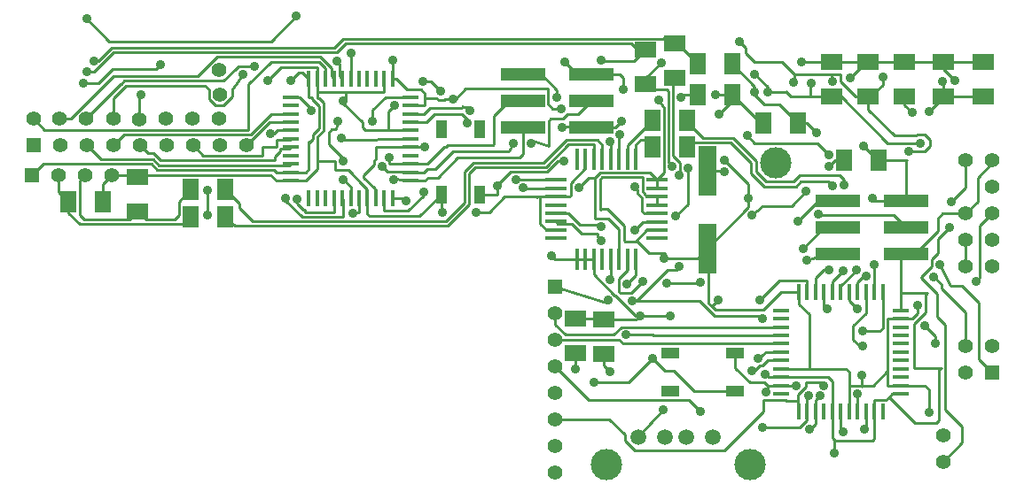
<source format=gbl>
G04 (created by PCBNEW (2013-may-18)-stable) date Sat Feb 17 15:36:07 2018*
%MOIN*%
G04 Gerber Fmt 3.4, Leading zero omitted, Abs format*
%FSLAX34Y34*%
G01*
G70*
G90*
G04 APERTURE LIST*
%ADD10C,0.00590551*%
%ADD11R,0.06X0.016*%
%ADD12R,0.016X0.06*%
%ADD13R,0.0177X0.0787*%
%ADD14R,0.0787X0.0177*%
%ADD15C,0.055*%
%ADD16R,0.0708661X0.0433071*%
%ADD17R,0.0433071X0.0708661*%
%ADD18R,0.06X0.08*%
%ADD19R,0.08X0.06*%
%ADD20R,0.055X0.055*%
%ADD21R,0.166929X0.05*%
%ADD22R,0.0708661X0.188976*%
%ADD23C,0.0591*%
%ADD24C,0.1181*%
%ADD25C,0.035*%
%ADD26C,0.01*%
G04 APERTURE END LIST*
G54D10*
G54D11*
X104868Y-58562D03*
X104868Y-58877D03*
X104868Y-59192D03*
X104868Y-59507D03*
X104868Y-59822D03*
X104868Y-60137D03*
X104868Y-58247D03*
X104868Y-57932D03*
X104868Y-57617D03*
X104868Y-57302D03*
X104868Y-56987D03*
X100368Y-58562D03*
X100368Y-58877D03*
X100368Y-59192D03*
X100368Y-59507D03*
X100368Y-59822D03*
X100368Y-60137D03*
X100368Y-58247D03*
X100368Y-57932D03*
X100368Y-57617D03*
X100368Y-57302D03*
X100368Y-56987D03*
G54D12*
X102618Y-60812D03*
X102618Y-56312D03*
X102303Y-60812D03*
X102303Y-56312D03*
X101988Y-56312D03*
X101988Y-60812D03*
X101673Y-60812D03*
X101673Y-56312D03*
X101358Y-56312D03*
X101358Y-60812D03*
X101043Y-60812D03*
X101043Y-56312D03*
X102933Y-56312D03*
X102933Y-60812D03*
X103248Y-60812D03*
X103248Y-56312D03*
X103563Y-56312D03*
X103563Y-60812D03*
X103878Y-60812D03*
X103878Y-56312D03*
X104193Y-56312D03*
X104193Y-60812D03*
X84192Y-48281D03*
X84507Y-48281D03*
X84822Y-48281D03*
X85137Y-48281D03*
X85452Y-48281D03*
X85767Y-48281D03*
X83877Y-48281D03*
X83562Y-48281D03*
X83247Y-48281D03*
X82932Y-48281D03*
X82617Y-48281D03*
X84192Y-52781D03*
X84507Y-52781D03*
X84822Y-52781D03*
X85137Y-52781D03*
X85452Y-52781D03*
X85767Y-52781D03*
X83877Y-52781D03*
X83562Y-52781D03*
X83247Y-52781D03*
X82932Y-52781D03*
X82617Y-52781D03*
G54D11*
X86442Y-50531D03*
X81942Y-50531D03*
X86442Y-50846D03*
X81942Y-50846D03*
X81942Y-51161D03*
X86442Y-51161D03*
X86442Y-51476D03*
X81942Y-51476D03*
X81942Y-51791D03*
X86442Y-51791D03*
X86442Y-52106D03*
X81942Y-52106D03*
X81942Y-50216D03*
X86442Y-50216D03*
X86442Y-49901D03*
X81942Y-49901D03*
X81942Y-49586D03*
X86442Y-49586D03*
X86442Y-49271D03*
X81942Y-49271D03*
X81942Y-48956D03*
X86442Y-48956D03*
G54D13*
X92706Y-55065D03*
X93021Y-55065D03*
X93336Y-55065D03*
X93651Y-55065D03*
X93966Y-55065D03*
X94281Y-55065D03*
X94596Y-55065D03*
X94911Y-55065D03*
X94909Y-51299D03*
X92699Y-51299D03*
X93019Y-51299D03*
X93339Y-51299D03*
X93649Y-51299D03*
X93969Y-51299D03*
X94279Y-51299D03*
X94599Y-51299D03*
G54D14*
X95699Y-54281D03*
X95699Y-53967D03*
X95699Y-53651D03*
X95699Y-53337D03*
X95699Y-53021D03*
X95699Y-52707D03*
X95699Y-52391D03*
X95699Y-52077D03*
X91919Y-54279D03*
X91919Y-53969D03*
X91919Y-53649D03*
X91919Y-53339D03*
X91919Y-53029D03*
X91919Y-52709D03*
X91919Y-52389D03*
X91919Y-52069D03*
G54D15*
X106476Y-62685D03*
X106476Y-61685D03*
G54D16*
X96201Y-60031D03*
X98641Y-60031D03*
X96201Y-58591D03*
X98641Y-58591D03*
G54D17*
X87606Y-50177D03*
X87606Y-52617D03*
X89046Y-50177D03*
X89046Y-52617D03*
G54D18*
X98543Y-48877D03*
X97243Y-48877D03*
X99724Y-49940D03*
X101024Y-49940D03*
X104055Y-51318D03*
X102755Y-51318D03*
G54D19*
X107972Y-47637D03*
X107972Y-48937D03*
X102263Y-47637D03*
X102263Y-48937D03*
X103641Y-47637D03*
X103641Y-48937D03*
X106476Y-47637D03*
X106476Y-48937D03*
X105019Y-48937D03*
X105019Y-47637D03*
G54D20*
X108314Y-59346D03*
G54D15*
X107314Y-59346D03*
X108314Y-58346D03*
X107314Y-58346D03*
X108314Y-55346D03*
X107314Y-55346D03*
X108314Y-54346D03*
X107314Y-54346D03*
X108314Y-53346D03*
X107314Y-53346D03*
X108314Y-52346D03*
X108314Y-51346D03*
X107314Y-51346D03*
G54D21*
X90668Y-50114D03*
X93228Y-50114D03*
X90668Y-49114D03*
X93228Y-49114D03*
X90668Y-48114D03*
X93228Y-48114D03*
X102519Y-54877D03*
X105079Y-54877D03*
X102519Y-53877D03*
X105079Y-53877D03*
X102519Y-52877D03*
X105079Y-52877D03*
G54D20*
X91870Y-56086D03*
G54D15*
X91870Y-57086D03*
X91870Y-58086D03*
X91870Y-59086D03*
X91870Y-60086D03*
X91870Y-61086D03*
X91870Y-62086D03*
X91870Y-63086D03*
G54D20*
X72200Y-51909D03*
G54D15*
X73200Y-51909D03*
X74200Y-51909D03*
X75200Y-51909D03*
G54D22*
X97598Y-54668D03*
X97598Y-51748D03*
G54D23*
X94997Y-61751D03*
X95997Y-61751D03*
X96797Y-61751D03*
X97797Y-61751D03*
G54D24*
X93797Y-62801D03*
X99197Y-62801D03*
X100177Y-51437D03*
G54D18*
X74882Y-52913D03*
X73582Y-52913D03*
G54D19*
X76181Y-51968D03*
X76181Y-53268D03*
X93720Y-57322D03*
X93720Y-58622D03*
X92637Y-57302D03*
X92637Y-58602D03*
G54D18*
X98543Y-47716D03*
X97243Y-47716D03*
X78188Y-53464D03*
X79488Y-53464D03*
X78188Y-52440D03*
X79488Y-52440D03*
X96831Y-49822D03*
X95531Y-49822D03*
X96850Y-50846D03*
X95550Y-50846D03*
G54D19*
X96377Y-48248D03*
X96377Y-46948D03*
X95275Y-48464D03*
X95275Y-47164D03*
G54D20*
X72266Y-50769D03*
G54D15*
X73266Y-50769D03*
X74266Y-50769D03*
X75266Y-50769D03*
X76266Y-50769D03*
X77266Y-50769D03*
X78266Y-50769D03*
X79266Y-50769D03*
X80266Y-50769D03*
X79256Y-49767D03*
X79266Y-48857D03*
X79256Y-47917D03*
X72266Y-49775D03*
X73226Y-49775D03*
X74236Y-49775D03*
X75266Y-49775D03*
X76256Y-49787D03*
X77256Y-49775D03*
X78246Y-49775D03*
G54D25*
X92637Y-59212D03*
X93956Y-59291D03*
X88582Y-49940D03*
X88681Y-49468D03*
X103248Y-60137D03*
X102303Y-52303D03*
X102736Y-52263D03*
X103523Y-61476D03*
X93622Y-47559D03*
X74271Y-48011D03*
X74547Y-47598D03*
X83661Y-47598D03*
X80590Y-47795D03*
X80137Y-48090D03*
X84192Y-47303D03*
X82185Y-52814D03*
X81751Y-52755D03*
X85019Y-49862D03*
X81181Y-50334D03*
X82145Y-45905D03*
X74271Y-46003D03*
X77047Y-47736D03*
X74133Y-48425D03*
X96220Y-57204D03*
X97992Y-56614D03*
X91751Y-54940D03*
X92244Y-47637D03*
X95925Y-60728D03*
X96614Y-48976D03*
X81082Y-48326D03*
X101712Y-50295D03*
X105925Y-60846D03*
X105492Y-56791D03*
X103799Y-52775D03*
X103405Y-59429D03*
X93326Y-59704D03*
X95531Y-58799D03*
X103484Y-50807D03*
X105925Y-49507D03*
X106437Y-48366D03*
X99153Y-52775D03*
X99389Y-48759D03*
X95059Y-57185D03*
X95964Y-55019D03*
X87657Y-53287D03*
X94429Y-48681D03*
X85846Y-49271D03*
X83917Y-49114D03*
X98248Y-51318D03*
X106122Y-55728D03*
X103562Y-55688D03*
X103248Y-56948D03*
X103444Y-58326D03*
X106358Y-55255D03*
X103877Y-55255D03*
X103208Y-55452D03*
X102185Y-55452D03*
X106161Y-58248D03*
X105767Y-57578D03*
X102106Y-56948D03*
X102696Y-55492D03*
X101988Y-59822D03*
X101338Y-55098D03*
X85807Y-52066D03*
X99665Y-61397D03*
X101397Y-60216D03*
X101791Y-53366D03*
X90964Y-50688D03*
X90295Y-50688D03*
X85374Y-51555D03*
X94527Y-57913D03*
X94311Y-50374D03*
X88917Y-53287D03*
X93956Y-50649D03*
X99822Y-60059D03*
X101003Y-53641D03*
X100925Y-59822D03*
X91948Y-48976D03*
X92204Y-51377D03*
X89704Y-52303D03*
X86948Y-52539D03*
X97342Y-60807D03*
X101200Y-54665D03*
X101830Y-60216D03*
X101437Y-61476D03*
X85649Y-51240D03*
X98799Y-46850D03*
X105177Y-51003D03*
X100846Y-48405D03*
X104192Y-48208D03*
X102303Y-48366D03*
X99370Y-48090D03*
X105610Y-50688D03*
X101515Y-48444D03*
X99862Y-48759D03*
X92775Y-52381D03*
X78818Y-52460D03*
X78818Y-53405D03*
X76318Y-48858D03*
X101141Y-47618D03*
X95767Y-49074D03*
X102185Y-51555D03*
X106909Y-48326D03*
X98051Y-49586D03*
X102972Y-48248D03*
X97893Y-48877D03*
X102185Y-51122D03*
X99114Y-50413D03*
X96417Y-53444D03*
X96889Y-51633D03*
X94389Y-49881D03*
X99586Y-56594D03*
X96555Y-55334D03*
X99783Y-59389D03*
X99665Y-57303D03*
X102381Y-62381D03*
X94783Y-56633D03*
X93877Y-56614D03*
X92145Y-50098D03*
X92106Y-49389D03*
X88051Y-49035D03*
X86988Y-50846D03*
X85767Y-47578D03*
X81948Y-48326D03*
X99271Y-53405D03*
X101318Y-52500D03*
X97342Y-55925D03*
X96082Y-55964D03*
X93956Y-55846D03*
X98248Y-51751D03*
X94862Y-52322D03*
X107696Y-55885D03*
X83720Y-49862D03*
X83917Y-51358D03*
X86279Y-52854D03*
X105295Y-49547D03*
X102696Y-61555D03*
X99271Y-59271D03*
X103444Y-57775D03*
X82696Y-49468D03*
X90688Y-52381D03*
X93602Y-53818D03*
X93602Y-54370D03*
X90393Y-52066D03*
X95866Y-47657D03*
X94586Y-56003D03*
X96279Y-51574D03*
X96555Y-51889D03*
X95177Y-55885D03*
X99507Y-58799D03*
X106712Y-53877D03*
X106791Y-52893D03*
X86909Y-48366D03*
X87578Y-48720D03*
X84271Y-53326D03*
X83917Y-52066D03*
X83838Y-50492D03*
X94862Y-53956D03*
G54D26*
X92637Y-58602D02*
X92637Y-59212D01*
X93720Y-59055D02*
X93720Y-58622D01*
X93956Y-59291D02*
X93720Y-59055D01*
X88582Y-49940D02*
X88582Y-49803D01*
X87027Y-49901D02*
X87342Y-49586D01*
X87342Y-49586D02*
X88366Y-49586D01*
X87027Y-49901D02*
X86442Y-49901D01*
X88582Y-49803D02*
X88366Y-49586D01*
X88582Y-49940D02*
X88543Y-49901D01*
X88543Y-49330D02*
X88681Y-49468D01*
X88543Y-49330D02*
X88385Y-49330D01*
X86442Y-49586D02*
X86948Y-49586D01*
X86948Y-49586D02*
X87184Y-49350D01*
X88366Y-49350D02*
X88385Y-49330D01*
X88385Y-49330D02*
X88405Y-49311D01*
X87184Y-49350D02*
X88366Y-49350D01*
X74451Y-53562D02*
X74173Y-53562D01*
X73996Y-52114D02*
X74200Y-51909D01*
X73996Y-53385D02*
X73996Y-52114D01*
X74173Y-53562D02*
X73996Y-53385D01*
X77096Y-53579D02*
X77561Y-53579D01*
X77736Y-52893D02*
X78188Y-52440D01*
X77736Y-53405D02*
X77736Y-52893D01*
X77561Y-53579D02*
X77736Y-53405D01*
X76492Y-53579D02*
X76181Y-53268D01*
X77096Y-53579D02*
X76492Y-53579D01*
X75531Y-53562D02*
X75886Y-53562D01*
X74451Y-53562D02*
X75531Y-53562D01*
X75886Y-53562D02*
X76181Y-53268D01*
X73582Y-52913D02*
X73582Y-53326D01*
X77912Y-53740D02*
X78188Y-53464D01*
X73996Y-53740D02*
X77912Y-53740D01*
X73582Y-53326D02*
X73996Y-53740D01*
X73200Y-51909D02*
X73200Y-52531D01*
X73200Y-52531D02*
X73582Y-52913D01*
X96850Y-50846D02*
X96948Y-50846D01*
X97130Y-50664D02*
X98459Y-50664D01*
X96948Y-50846D02*
X97130Y-50664D01*
X100531Y-52342D02*
X100925Y-52342D01*
X98459Y-50664D02*
X99232Y-51437D01*
X99232Y-51437D02*
X99232Y-51830D01*
X99232Y-51830D02*
X99744Y-52342D01*
X99744Y-52342D02*
X100531Y-52342D01*
X103248Y-60137D02*
X103248Y-60812D01*
X103248Y-60137D02*
X103248Y-60137D01*
X102145Y-52145D02*
X102303Y-52303D01*
X101122Y-52145D02*
X102145Y-52145D01*
X100925Y-52342D02*
X101122Y-52145D01*
X98572Y-50501D02*
X97431Y-50501D01*
X96831Y-49901D02*
X96831Y-49822D01*
X97431Y-50501D02*
X96831Y-49901D01*
X98572Y-50501D02*
X99429Y-51358D01*
X99429Y-51358D02*
X99429Y-51751D01*
X99429Y-51751D02*
X99822Y-52145D01*
X100846Y-52145D02*
X101082Y-51909D01*
X101082Y-51909D02*
X102030Y-51909D01*
X102030Y-51909D02*
X102263Y-51909D01*
X102263Y-51909D02*
X102342Y-51909D01*
X102342Y-51909D02*
X102421Y-51909D01*
X102421Y-51909D02*
X102578Y-51909D01*
X102578Y-51909D02*
X102736Y-52066D01*
X102736Y-52066D02*
X102736Y-52263D01*
X103523Y-61476D02*
X103563Y-61436D01*
X103563Y-60812D02*
X103563Y-61436D01*
X99822Y-52145D02*
X100452Y-52145D01*
X100452Y-52145D02*
X100846Y-52145D01*
X95275Y-47164D02*
X94976Y-47164D01*
X94744Y-46931D02*
X94744Y-46948D01*
X94744Y-46932D02*
X94744Y-46931D01*
X94976Y-47164D02*
X94744Y-46932D01*
X94625Y-47598D02*
X94842Y-47598D01*
X93622Y-47559D02*
X93661Y-47598D01*
X93661Y-47598D02*
X94625Y-47598D01*
X94842Y-47598D02*
X95275Y-47164D01*
X95059Y-46948D02*
X95275Y-47164D01*
X94744Y-46948D02*
X94744Y-46948D01*
X94744Y-46948D02*
X85255Y-46948D01*
X85255Y-46948D02*
X85255Y-46948D01*
X85255Y-46948D02*
X83996Y-46948D01*
X83996Y-46948D02*
X83666Y-47277D01*
X83666Y-47277D02*
X75281Y-47277D01*
X75281Y-47277D02*
X74547Y-48011D01*
X74547Y-48011D02*
X74271Y-48011D01*
X94665Y-46771D02*
X94803Y-46771D01*
X96003Y-46751D02*
X95964Y-46712D01*
X94822Y-46751D02*
X96003Y-46751D01*
X94803Y-46771D02*
X94822Y-46751D01*
X96377Y-46948D02*
X96200Y-46948D01*
X96200Y-46948D02*
X95964Y-46712D01*
X74724Y-47598D02*
X74547Y-47598D01*
X75216Y-47106D02*
X74724Y-47598D01*
X83582Y-47106D02*
X75216Y-47106D01*
X83917Y-46771D02*
X83582Y-47106D01*
X94665Y-46771D02*
X83917Y-46771D01*
X96377Y-46948D02*
X96475Y-46948D01*
X96475Y-46948D02*
X97243Y-47716D01*
X80354Y-48543D02*
X80354Y-48464D01*
X81200Y-47618D02*
X81338Y-47618D01*
X80354Y-48464D02*
X81200Y-47618D01*
X81909Y-47618D02*
X81338Y-47618D01*
X83247Y-48281D02*
X83228Y-48261D01*
X81929Y-47618D02*
X81909Y-47618D01*
X82992Y-47618D02*
X81929Y-47618D01*
X83228Y-47854D02*
X82992Y-47618D01*
X83228Y-48261D02*
X83228Y-47854D01*
X81338Y-47618D02*
X81279Y-47618D01*
X80354Y-48543D02*
X80354Y-49251D01*
X72266Y-49775D02*
X72687Y-50196D01*
X72687Y-50196D02*
X80354Y-50196D01*
X80354Y-50196D02*
X80354Y-49251D01*
X78444Y-48169D02*
X79175Y-47438D01*
X79175Y-47438D02*
X81833Y-47438D01*
X75157Y-48287D02*
X75275Y-48169D01*
X78444Y-48169D02*
X78425Y-48169D01*
X75275Y-48169D02*
X78444Y-48169D01*
X73226Y-49775D02*
X73669Y-49775D01*
X73669Y-49775D02*
X75157Y-48287D01*
X82893Y-47438D02*
X83048Y-47438D01*
X82893Y-47438D02*
X81833Y-47438D01*
X83464Y-48183D02*
X83464Y-47863D01*
X83464Y-47863D02*
X83464Y-47854D01*
X83464Y-47854D02*
X83144Y-47534D01*
X83562Y-48281D02*
X83464Y-48183D01*
X83048Y-47438D02*
X83048Y-47447D01*
X83048Y-47447D02*
X83144Y-47544D01*
X83144Y-47544D02*
X83144Y-47534D01*
X81833Y-47438D02*
X81887Y-47438D01*
X81887Y-47438D02*
X81889Y-47440D01*
X75549Y-48462D02*
X75572Y-48462D01*
X75688Y-48346D02*
X79409Y-48346D01*
X75572Y-48462D02*
X75688Y-48346D01*
X80590Y-47795D02*
X79960Y-47795D01*
X79960Y-47795D02*
X79862Y-47893D01*
X83759Y-48163D02*
X83759Y-47922D01*
X83759Y-47922D02*
X83759Y-47913D01*
X83759Y-47913D02*
X83759Y-47696D01*
X83759Y-47696D02*
X83661Y-47598D01*
X83877Y-48281D02*
X83759Y-48163D01*
X79409Y-48346D02*
X79862Y-47893D01*
X75549Y-48462D02*
X74236Y-49775D01*
X75620Y-48651D02*
X75622Y-48651D01*
X78720Y-48523D02*
X78877Y-48681D01*
X75750Y-48523D02*
X78720Y-48523D01*
X75622Y-48651D02*
X75750Y-48523D01*
X78877Y-49035D02*
X79074Y-49232D01*
X79733Y-48672D02*
X80137Y-48090D01*
X75266Y-49005D02*
X75620Y-48651D01*
X78877Y-48681D02*
X78877Y-48937D01*
X75266Y-49005D02*
X75266Y-49775D01*
X78877Y-48937D02*
X78877Y-49035D01*
X79733Y-48947D02*
X79733Y-48672D01*
X79409Y-49271D02*
X79733Y-48947D01*
X79114Y-49271D02*
X79409Y-49271D01*
X79074Y-49232D02*
X79114Y-49271D01*
X84192Y-48281D02*
X84192Y-47303D01*
X80266Y-50769D02*
X81134Y-49901D01*
X81134Y-49901D02*
X81942Y-49901D01*
X82480Y-53188D02*
X82421Y-53188D01*
X83582Y-52801D02*
X83582Y-53287D01*
X83582Y-53287D02*
X82480Y-53287D01*
X83562Y-52781D02*
X83582Y-52801D01*
X82480Y-53287D02*
X82480Y-53188D01*
X82185Y-52952D02*
X82185Y-52814D01*
X82421Y-53188D02*
X82185Y-52952D01*
X82421Y-53464D02*
X82362Y-53464D01*
X83897Y-52801D02*
X83897Y-53464D01*
X83897Y-53464D02*
X82421Y-53464D01*
X83877Y-52781D02*
X83897Y-52801D01*
X81751Y-52854D02*
X81751Y-52755D01*
X82362Y-53464D02*
X81751Y-52854D01*
X76771Y-51316D02*
X76988Y-51532D01*
X81886Y-51532D02*
X81942Y-51476D01*
X76988Y-51532D02*
X81886Y-51532D01*
X74812Y-51316D02*
X74266Y-50769D01*
X76771Y-51316D02*
X74812Y-51316D01*
X75626Y-50409D02*
X75662Y-50374D01*
X80435Y-50374D02*
X80534Y-50275D01*
X75662Y-50374D02*
X80435Y-50374D01*
X75266Y-50769D02*
X75626Y-50409D01*
X81942Y-49586D02*
X81942Y-49586D01*
X80534Y-50275D02*
X80534Y-50253D01*
X80534Y-50253D02*
X81200Y-49586D01*
X81200Y-49586D02*
X81942Y-49586D01*
X81942Y-50846D02*
X81903Y-50885D01*
X76579Y-51082D02*
X76266Y-50769D01*
X76791Y-51082D02*
X76579Y-51082D01*
X77047Y-51338D02*
X76791Y-51082D01*
X77066Y-51338D02*
X77047Y-51338D01*
X81338Y-51338D02*
X77066Y-51338D01*
X81338Y-51200D02*
X81338Y-51338D01*
X81555Y-50984D02*
X81338Y-51200D01*
X81555Y-50885D02*
X81555Y-50984D01*
X81653Y-50885D02*
X81555Y-50885D01*
X81903Y-50885D02*
X81653Y-50885D01*
X85964Y-48956D02*
X85492Y-48956D01*
X85019Y-49429D02*
X85019Y-49862D01*
X85492Y-48956D02*
X85019Y-49429D01*
X85964Y-48956D02*
X86442Y-48956D01*
X81942Y-50531D02*
X81923Y-50551D01*
X78655Y-51158D02*
X78266Y-50769D01*
X78934Y-51158D02*
X78655Y-51158D01*
X80866Y-51158D02*
X78934Y-51158D01*
X80866Y-51122D02*
X80866Y-51158D01*
X80866Y-50944D02*
X80866Y-51122D01*
X80866Y-50846D02*
X80866Y-50944D01*
X81141Y-50846D02*
X80866Y-50846D01*
X81358Y-50846D02*
X81141Y-50846D01*
X81397Y-50846D02*
X81358Y-50846D01*
X81397Y-50826D02*
X81397Y-50846D01*
X81397Y-50784D02*
X81397Y-50826D01*
X81397Y-50649D02*
X81397Y-50784D01*
X81397Y-50570D02*
X81397Y-50649D01*
X81496Y-50570D02*
X81397Y-50570D01*
X81496Y-50551D02*
X81496Y-50570D01*
X81923Y-50551D02*
X81496Y-50551D01*
X81923Y-50196D02*
X81942Y-50216D01*
X81456Y-50196D02*
X81923Y-50196D01*
X81318Y-50334D02*
X81456Y-50196D01*
X81181Y-50334D02*
X81318Y-50334D01*
X81200Y-46850D02*
X82145Y-45905D01*
X75118Y-46850D02*
X81200Y-46850D01*
X74271Y-46003D02*
X75118Y-46850D01*
X76889Y-47893D02*
X77047Y-47736D01*
X75255Y-47893D02*
X76889Y-47893D01*
X74724Y-48425D02*
X75255Y-47893D01*
X74133Y-48425D02*
X74724Y-48425D01*
X95164Y-52488D02*
X95164Y-51978D01*
X93562Y-52066D02*
X93562Y-52362D01*
X93658Y-51971D02*
X93562Y-52066D01*
X95157Y-51971D02*
X93658Y-51971D01*
X95164Y-51978D02*
X95157Y-51971D01*
X77578Y-51889D02*
X76259Y-51889D01*
X76259Y-51889D02*
X76181Y-51968D01*
X95059Y-57185D02*
X96200Y-57185D01*
X96200Y-57185D02*
X96220Y-57204D01*
X97795Y-56811D02*
X97795Y-56870D01*
X97765Y-56840D02*
X97795Y-56811D01*
X97992Y-56614D02*
X97765Y-56840D01*
X99389Y-48759D02*
X99389Y-48562D01*
X99389Y-48562D02*
X98543Y-47716D01*
X101043Y-56312D02*
X100379Y-56312D01*
X97893Y-56968D02*
X97795Y-56870D01*
X97972Y-56968D02*
X97893Y-56968D01*
X99724Y-56968D02*
X97972Y-56968D01*
X100379Y-56312D02*
X99724Y-56968D01*
X97657Y-54727D02*
X97598Y-54668D01*
X97657Y-56732D02*
X97657Y-54727D01*
X97795Y-56870D02*
X97657Y-56732D01*
X93720Y-57322D02*
X94921Y-57322D01*
X94921Y-57322D02*
X95059Y-57185D01*
X92637Y-57302D02*
X93700Y-57302D01*
X93700Y-57302D02*
X93720Y-57322D01*
X92706Y-55065D02*
X91876Y-55065D01*
X91876Y-55065D02*
X91751Y-54940D01*
X92706Y-55065D02*
X93021Y-55065D01*
X92720Y-48114D02*
X93228Y-48114D01*
X92244Y-47637D02*
X92720Y-48114D01*
X93336Y-55065D02*
X93336Y-55639D01*
X93336Y-55639D02*
X94114Y-56417D01*
X94114Y-56417D02*
X94153Y-56417D01*
X94153Y-56417D02*
X94114Y-56417D01*
X95059Y-57185D02*
X94921Y-57185D01*
X94921Y-57185D02*
X94153Y-56417D01*
X94153Y-56417D02*
X94094Y-56417D01*
X95925Y-60728D02*
X94997Y-61734D01*
X94997Y-61734D02*
X94997Y-61751D01*
X96712Y-48877D02*
X97243Y-48877D01*
X96614Y-48976D02*
X96712Y-48877D01*
X82381Y-47834D02*
X81574Y-47834D01*
X81574Y-47834D02*
X81082Y-48326D01*
X82932Y-48281D02*
X82933Y-48281D01*
X82933Y-47834D02*
X82381Y-47834D01*
X82381Y-47834D02*
X82342Y-47834D01*
X82933Y-47893D02*
X82933Y-47834D01*
X82933Y-48281D02*
X82933Y-47893D01*
X81397Y-52106D02*
X81942Y-52106D01*
X81181Y-51889D02*
X81397Y-52106D01*
X77578Y-51889D02*
X81181Y-51889D01*
X75200Y-51909D02*
X76122Y-51909D01*
X76122Y-51909D02*
X76181Y-51968D01*
X74882Y-52913D02*
X74882Y-52227D01*
X74882Y-52227D02*
X75200Y-51909D01*
X101358Y-49940D02*
X101024Y-49940D01*
X101712Y-50295D02*
X101358Y-49940D01*
X107314Y-55346D02*
X107314Y-54346D01*
X104868Y-59822D02*
X105767Y-59822D01*
X104868Y-57302D02*
X105295Y-57302D01*
X105492Y-57106D02*
X105492Y-56791D01*
X105295Y-57302D02*
X105492Y-57106D01*
X103901Y-52877D02*
X105079Y-52877D01*
X103799Y-52775D02*
X103901Y-52877D01*
X103405Y-59429D02*
X103405Y-59822D01*
X103405Y-59822D02*
X103405Y-59862D01*
X103405Y-59862D02*
X103405Y-59822D01*
X98641Y-60031D02*
X97117Y-60031D01*
X96003Y-59271D02*
X95531Y-58799D01*
X96358Y-59271D02*
X96003Y-59271D01*
X97117Y-60031D02*
X96358Y-59271D01*
X101043Y-56312D02*
X101043Y-56751D01*
X101437Y-57145D02*
X101437Y-59192D01*
X101043Y-56751D02*
X101437Y-57145D01*
X104055Y-51318D02*
X105098Y-51318D01*
X105079Y-51338D02*
X105079Y-52877D01*
X105098Y-51318D02*
X105079Y-51338D01*
X102815Y-59192D02*
X101437Y-59192D01*
X101437Y-59192D02*
X100885Y-59192D01*
X101037Y-56318D02*
X101043Y-56312D01*
X94625Y-59704D02*
X93326Y-59704D01*
X95531Y-58799D02*
X94625Y-59704D01*
X106476Y-48937D02*
X107972Y-48937D01*
X104055Y-51318D02*
X103996Y-51318D01*
X103996Y-51318D02*
X103484Y-50807D01*
X106476Y-48956D02*
X106476Y-48937D01*
X105925Y-49507D02*
X106476Y-48956D01*
X106476Y-48405D02*
X106476Y-48937D01*
X106437Y-48366D02*
X106476Y-48405D01*
X99153Y-52775D02*
X99153Y-53113D01*
X99153Y-53113D02*
X97598Y-54668D01*
X95964Y-55019D02*
X97247Y-55019D01*
X97247Y-55019D02*
X97598Y-54668D01*
X99389Y-48759D02*
X99389Y-48877D01*
X99389Y-48877D02*
X99744Y-49232D01*
X99744Y-49232D02*
X100315Y-49232D01*
X100315Y-49232D02*
X101024Y-49940D01*
X99153Y-52775D02*
X99153Y-52224D01*
X95413Y-54822D02*
X94940Y-54350D01*
X96003Y-54822D02*
X95413Y-54822D01*
X95964Y-55019D02*
X96003Y-54822D01*
X95699Y-52707D02*
X95305Y-52707D01*
X93838Y-53169D02*
X94468Y-53799D01*
X93602Y-53169D02*
X93838Y-53169D01*
X93562Y-53208D02*
X93602Y-53169D01*
X93562Y-52362D02*
X93562Y-53208D01*
X95305Y-52707D02*
X95164Y-52488D01*
X94468Y-53799D02*
X94468Y-54350D01*
X95324Y-53967D02*
X95699Y-53967D01*
X94901Y-54389D02*
X94940Y-54350D01*
X94940Y-54350D02*
X95324Y-53967D01*
X94507Y-54389D02*
X94901Y-54389D01*
X94468Y-54350D02*
X94507Y-54389D01*
X87606Y-53236D02*
X87657Y-53287D01*
X87606Y-52617D02*
X87606Y-53236D01*
X95699Y-52707D02*
X95699Y-53021D01*
X93228Y-48114D02*
X94295Y-48114D01*
X94295Y-48114D02*
X94429Y-48248D01*
X94429Y-48248D02*
X94429Y-48681D01*
X93021Y-55065D02*
X93336Y-55065D01*
X84822Y-52781D02*
X84822Y-53366D01*
X86779Y-53444D02*
X87606Y-52617D01*
X84901Y-53444D02*
X86779Y-53444D01*
X84822Y-53366D02*
X84901Y-53444D01*
X85610Y-50216D02*
X85610Y-49507D01*
X85610Y-49507D02*
X85846Y-49271D01*
X83602Y-51358D02*
X83602Y-51712D01*
X84114Y-51712D02*
X84192Y-51791D01*
X83602Y-51712D02*
X84114Y-51712D01*
X84822Y-52781D02*
X84822Y-52421D01*
X84822Y-52421D02*
X84586Y-52185D01*
X84192Y-51791D02*
X84586Y-52185D01*
X82932Y-51358D02*
X83602Y-51358D01*
X83917Y-49114D02*
X83917Y-49192D01*
X84744Y-50216D02*
X85610Y-50216D01*
X85610Y-50216D02*
X86442Y-50216D01*
X84625Y-50098D02*
X84744Y-50216D01*
X84625Y-49901D02*
X84625Y-50098D01*
X83917Y-49192D02*
X84625Y-49901D01*
X83996Y-49035D02*
X83996Y-48759D01*
X83917Y-49114D02*
X83996Y-49035D01*
X82932Y-48996D02*
X83011Y-48996D01*
X83169Y-50216D02*
X82932Y-50452D01*
X83169Y-49153D02*
X83169Y-50216D01*
X83011Y-48996D02*
X83169Y-49153D01*
X82932Y-48759D02*
X83996Y-48759D01*
X83996Y-48759D02*
X85452Y-48759D01*
X85452Y-48759D02*
X85452Y-48281D01*
X85452Y-48759D02*
X85452Y-48759D01*
X81942Y-52106D02*
X82499Y-52106D01*
X82499Y-52106D02*
X82932Y-51673D01*
X82932Y-51673D02*
X82932Y-51358D01*
X82932Y-51358D02*
X82932Y-50452D01*
X82932Y-48996D02*
X82932Y-48759D01*
X82932Y-48759D02*
X82932Y-48281D01*
X104389Y-59311D02*
X104350Y-59311D01*
X103838Y-59822D02*
X103405Y-59822D01*
X104350Y-59311D02*
X103838Y-59822D01*
X104868Y-57302D02*
X104389Y-57302D01*
X104389Y-57303D02*
X104389Y-59311D01*
X104389Y-59311D02*
X104389Y-59822D01*
X104389Y-57302D02*
X104389Y-57303D01*
X104868Y-59822D02*
X104389Y-59822D01*
X103405Y-59822D02*
X102933Y-59822D01*
X102933Y-59822D02*
X102933Y-59822D01*
X102933Y-59822D02*
X102933Y-59822D01*
X102933Y-59822D02*
X102933Y-59822D01*
X102933Y-60812D02*
X102933Y-59822D01*
X102933Y-59822D02*
X102933Y-59311D01*
X102933Y-59311D02*
X102815Y-59192D01*
X100368Y-59192D02*
X100885Y-59192D01*
X99153Y-52224D02*
X98484Y-51555D01*
X98248Y-51318D02*
X98484Y-51555D01*
X105925Y-59980D02*
X105925Y-60846D01*
X105767Y-59822D02*
X105925Y-59980D01*
X103248Y-56312D02*
X103248Y-55925D01*
X107314Y-57078D02*
X107314Y-58346D01*
X106397Y-56161D02*
X107314Y-57078D01*
X106397Y-56003D02*
X106397Y-56161D01*
X106122Y-55728D02*
X106397Y-56003D01*
X103484Y-55688D02*
X103562Y-55688D01*
X103248Y-55925D02*
X103484Y-55688D01*
X102933Y-56633D02*
X102933Y-56312D01*
X103248Y-56948D02*
X102933Y-56633D01*
X103563Y-56312D02*
X103563Y-57106D01*
X103326Y-58326D02*
X103444Y-58326D01*
X103090Y-58090D02*
X103326Y-58326D01*
X103090Y-57578D02*
X103090Y-58090D01*
X103563Y-57106D02*
X103090Y-57578D01*
X103878Y-56312D02*
X103878Y-55295D01*
X106358Y-55255D02*
X106751Y-56082D01*
X103877Y-55294D02*
X103877Y-55255D01*
X103878Y-55295D02*
X103877Y-55294D01*
X107814Y-58846D02*
X108314Y-59346D01*
X106751Y-56082D02*
X107185Y-56082D01*
X107185Y-56082D02*
X107814Y-56712D01*
X107814Y-56712D02*
X107814Y-58846D01*
X102618Y-56312D02*
X102618Y-56082D01*
X103208Y-55492D02*
X103208Y-55452D01*
X102618Y-56082D02*
X103208Y-55492D01*
X101673Y-56312D02*
X101673Y-55767D01*
X101988Y-55452D02*
X102185Y-55452D01*
X101673Y-55767D02*
X101988Y-55452D01*
X101988Y-56312D02*
X101988Y-56830D01*
X106161Y-57972D02*
X106161Y-58248D01*
X105767Y-57578D02*
X106161Y-57972D01*
X101988Y-56830D02*
X102106Y-56948D01*
X102303Y-56312D02*
X102303Y-55885D01*
X102303Y-55885D02*
X102696Y-55492D01*
X98248Y-62263D02*
X94862Y-62263D01*
X93921Y-61086D02*
X94507Y-61673D01*
X94507Y-61673D02*
X94507Y-61909D01*
X98248Y-62263D02*
X99698Y-60812D01*
X99698Y-60812D02*
X99704Y-60812D01*
X91870Y-61086D02*
X93921Y-61086D01*
X99704Y-60374D02*
X100531Y-60374D01*
X100531Y-60374D02*
X100570Y-60413D01*
X100570Y-60413D02*
X101003Y-60413D01*
X99704Y-60812D02*
X99704Y-60374D01*
X94862Y-62263D02*
X94507Y-61909D01*
X101318Y-59862D02*
X101003Y-60177D01*
X101318Y-59862D02*
X101318Y-59704D01*
X101318Y-59704D02*
X101870Y-59704D01*
X101870Y-59704D02*
X101988Y-59822D01*
X101338Y-55098D02*
X102090Y-54877D01*
X102090Y-54877D02*
X102519Y-54877D01*
X101003Y-60177D02*
X101003Y-60413D01*
X101003Y-60773D02*
X101043Y-60812D01*
X101003Y-60413D02*
X101003Y-60773D01*
X90668Y-50413D02*
X90668Y-51102D01*
X90570Y-51240D02*
X90492Y-51240D01*
X90531Y-51240D02*
X90570Y-51240D01*
X90668Y-51102D02*
X90531Y-51240D01*
X86442Y-52106D02*
X86987Y-52106D01*
X86987Y-52106D02*
X87106Y-51988D01*
X87106Y-51988D02*
X87460Y-51988D01*
X87460Y-51988D02*
X88208Y-51240D01*
X88208Y-51240D02*
X90492Y-51240D01*
X90668Y-50413D02*
X90668Y-50114D01*
X85846Y-52027D02*
X85807Y-52066D01*
X85846Y-52027D02*
X86442Y-52106D01*
X99665Y-61397D02*
X100531Y-61397D01*
X101338Y-61141D02*
X101082Y-61397D01*
X100531Y-61397D02*
X101082Y-61397D01*
X101338Y-61141D02*
X101338Y-60832D01*
X101338Y-60832D02*
X101358Y-60812D01*
X101338Y-61141D02*
X101358Y-61122D01*
X101358Y-60256D02*
X101397Y-60216D01*
X101358Y-60812D02*
X101358Y-60256D01*
X101791Y-53366D02*
X101830Y-53405D01*
X101830Y-53405D02*
X104606Y-53405D01*
X104606Y-53405D02*
X105079Y-53877D01*
X91732Y-49763D02*
X92165Y-49763D01*
X92756Y-49586D02*
X93228Y-49114D01*
X92342Y-49586D02*
X92756Y-49586D01*
X92165Y-49763D02*
X92342Y-49586D01*
X91732Y-49763D02*
X91712Y-49783D01*
X91633Y-49862D02*
X91633Y-50807D01*
X91712Y-49783D02*
X91633Y-49862D01*
X86442Y-51791D02*
X86948Y-51791D01*
X91043Y-50610D02*
X91633Y-50807D01*
X90964Y-50688D02*
X91043Y-50610D01*
X90137Y-51003D02*
X90295Y-50688D01*
X88051Y-51003D02*
X90137Y-51003D01*
X87381Y-51673D02*
X88051Y-51003D01*
X87066Y-51673D02*
X87381Y-51673D01*
X86948Y-51791D02*
X87066Y-51673D01*
X86403Y-51751D02*
X86442Y-51791D01*
X85570Y-51751D02*
X86403Y-51751D01*
X85374Y-51555D02*
X85570Y-51751D01*
X91870Y-57086D02*
X91870Y-57519D01*
X94074Y-57913D02*
X94370Y-57618D01*
X92263Y-57913D02*
X94074Y-57913D01*
X91870Y-57519D02*
X92263Y-57913D01*
X99862Y-57618D02*
X100367Y-57618D01*
X100367Y-57618D02*
X100368Y-57617D01*
X100053Y-57618D02*
X100053Y-57617D01*
X94370Y-57618D02*
X99862Y-57618D01*
X99862Y-57618D02*
X100053Y-57618D01*
X93559Y-58086D02*
X94267Y-58086D01*
X94267Y-58086D02*
X94429Y-58247D01*
X91870Y-58086D02*
X93559Y-58086D01*
X99822Y-58247D02*
X100368Y-58247D01*
X94429Y-58247D02*
X99822Y-58247D01*
X99822Y-58247D02*
X100053Y-58247D01*
X99901Y-57932D02*
X95570Y-57932D01*
X95570Y-57932D02*
X95531Y-57893D01*
X95531Y-57893D02*
X94527Y-57913D01*
X99901Y-57932D02*
X100368Y-57932D01*
X100053Y-57932D02*
X99901Y-57932D01*
X94279Y-50405D02*
X94279Y-51299D01*
X94311Y-50374D02*
X94279Y-50405D01*
X91919Y-53969D02*
X91567Y-53969D01*
X91567Y-53969D02*
X91318Y-53720D01*
X91318Y-52741D02*
X91286Y-52709D01*
X91318Y-53720D02*
X91318Y-52741D01*
X91919Y-52709D02*
X91286Y-52709D01*
X91286Y-52709D02*
X91240Y-52709D01*
X91240Y-52709D02*
X89987Y-52709D01*
X89409Y-53287D02*
X88917Y-53287D01*
X89987Y-52709D02*
X89409Y-53287D01*
X93019Y-51299D02*
X93019Y-51626D01*
X93019Y-51626D02*
X92460Y-52185D01*
X92460Y-52185D02*
X92460Y-52657D01*
X92460Y-52657D02*
X92408Y-52709D01*
X92408Y-52709D02*
X91919Y-52709D01*
X91240Y-52709D02*
X91188Y-52709D01*
X91188Y-52709D02*
X91200Y-52721D01*
X93969Y-51299D02*
X93969Y-50662D01*
X93969Y-50662D02*
X93956Y-50649D01*
X98641Y-58591D02*
X98641Y-59153D01*
X98641Y-59153D02*
X99192Y-59704D01*
X101767Y-52877D02*
X102519Y-52877D01*
X101003Y-53641D02*
X101767Y-52877D01*
X99862Y-59822D02*
X99862Y-60019D01*
X99862Y-60019D02*
X99822Y-60059D01*
X99862Y-59822D02*
X100368Y-59822D01*
X99744Y-59704D02*
X99862Y-59822D01*
X99192Y-59704D02*
X99744Y-59704D01*
X100368Y-59822D02*
X100925Y-59822D01*
X100925Y-59822D02*
X100925Y-59822D01*
X90668Y-48114D02*
X91362Y-48114D01*
X91948Y-48700D02*
X91948Y-48976D01*
X91362Y-48114D02*
X91948Y-48700D01*
X89704Y-52303D02*
X89704Y-52263D01*
X91978Y-51377D02*
X92204Y-51377D01*
X91584Y-51771D02*
X91978Y-51377D01*
X90196Y-51771D02*
X91584Y-51771D01*
X89704Y-52263D02*
X90196Y-51771D01*
X89704Y-52617D02*
X89704Y-52303D01*
X89046Y-52617D02*
X89704Y-52617D01*
X85452Y-52781D02*
X85452Y-53248D01*
X86948Y-52657D02*
X86948Y-52539D01*
X86358Y-53248D02*
X86948Y-52657D01*
X85453Y-53248D02*
X86358Y-53248D01*
X85452Y-53248D02*
X85453Y-53248D01*
X97342Y-60807D02*
X96909Y-60374D01*
X96909Y-60374D02*
X93157Y-60374D01*
X93157Y-60374D02*
X91870Y-59086D01*
X101673Y-60812D02*
X101673Y-60374D01*
X101988Y-53877D02*
X102519Y-53877D01*
X101200Y-54665D02*
X101988Y-53877D01*
X101673Y-60374D02*
X101830Y-60216D01*
X101673Y-60812D02*
X101673Y-61279D01*
X101476Y-61476D02*
X101437Y-61476D01*
X101673Y-61279D02*
X101476Y-61476D01*
X86442Y-51476D02*
X87066Y-51476D01*
X90137Y-49114D02*
X90668Y-49114D01*
X89586Y-49665D02*
X90137Y-49114D01*
X89586Y-50728D02*
X89586Y-49665D01*
X89547Y-50767D02*
X89586Y-50728D01*
X87854Y-50767D02*
X89547Y-50767D01*
X87775Y-50846D02*
X87854Y-50767D01*
X87696Y-50846D02*
X87775Y-50846D01*
X87066Y-51476D02*
X87696Y-50846D01*
X86442Y-51476D02*
X85649Y-51476D01*
X85649Y-51476D02*
X85649Y-51476D01*
X85649Y-51476D02*
X85649Y-51476D01*
X85649Y-51476D02*
X85649Y-51240D01*
X100157Y-47618D02*
X99370Y-47618D01*
X99055Y-47106D02*
X98799Y-46850D01*
X99055Y-47303D02*
X99055Y-47106D01*
X99370Y-47618D02*
X99055Y-47303D01*
X103641Y-48937D02*
X103641Y-49429D01*
X105767Y-51003D02*
X105177Y-51003D01*
X105964Y-50807D02*
X105767Y-51003D01*
X105964Y-50570D02*
X105964Y-50807D01*
X105767Y-50374D02*
X105964Y-50570D01*
X105492Y-50374D02*
X105767Y-50374D01*
X105452Y-50413D02*
X105492Y-50374D01*
X104625Y-50413D02*
X105452Y-50413D01*
X103641Y-49429D02*
X104625Y-50413D01*
X100885Y-48366D02*
X100885Y-48090D01*
X100846Y-48405D02*
X100885Y-48366D01*
X103641Y-48937D02*
X103739Y-48937D01*
X104192Y-48484D02*
X104192Y-48208D01*
X103739Y-48937D02*
X104192Y-48484D01*
X103641Y-48937D02*
X103189Y-48937D01*
X102618Y-48366D02*
X102618Y-48090D01*
X103189Y-48937D02*
X102618Y-48366D01*
X102263Y-48326D02*
X102263Y-48090D01*
X102303Y-48366D02*
X102263Y-48326D01*
X100141Y-47618D02*
X100157Y-47618D01*
X100157Y-47618D02*
X100413Y-47618D01*
X100885Y-48090D02*
X102263Y-48090D01*
X102263Y-48090D02*
X102618Y-48090D01*
X100413Y-47618D02*
X100885Y-48090D01*
X99862Y-48582D02*
X99862Y-48759D01*
X99370Y-48090D02*
X99862Y-48582D01*
X99862Y-48759D02*
X100570Y-48759D01*
X100570Y-48759D02*
X100570Y-48740D01*
X100570Y-48740D02*
X100570Y-48759D01*
X102263Y-48937D02*
X102638Y-48937D01*
X104389Y-50688D02*
X105610Y-50688D01*
X102638Y-48937D02*
X104389Y-50688D01*
X101476Y-48484D02*
X101476Y-48937D01*
X101515Y-48444D02*
X101476Y-48484D01*
X100748Y-48937D02*
X101476Y-48937D01*
X101476Y-48937D02*
X102263Y-48937D01*
X100570Y-48759D02*
X100748Y-48937D01*
X106476Y-47637D02*
X107972Y-47637D01*
X93149Y-52007D02*
X92775Y-52381D01*
X93366Y-52007D02*
X93149Y-52007D01*
X78818Y-53405D02*
X78818Y-52460D01*
X93366Y-53523D02*
X93877Y-53523D01*
X93366Y-52145D02*
X93366Y-52007D01*
X95432Y-51811D02*
X95699Y-52077D01*
X93562Y-51811D02*
X95432Y-51811D01*
X93366Y-52007D02*
X93562Y-51811D01*
X76256Y-49787D02*
X76256Y-48920D01*
X76256Y-48920D02*
X76318Y-48858D01*
X93366Y-52145D02*
X93366Y-53523D01*
X93366Y-53523D02*
X93366Y-53503D01*
X93366Y-53503D02*
X93366Y-53523D01*
X94281Y-53926D02*
X94281Y-55065D01*
X93877Y-53523D02*
X94281Y-53926D01*
X95964Y-49370D02*
X95767Y-49074D01*
X95699Y-52077D02*
X95964Y-51811D01*
X95964Y-51437D02*
X95964Y-51811D01*
X95964Y-51437D02*
X95964Y-49370D01*
X102421Y-51318D02*
X102755Y-51318D01*
X102185Y-51555D02*
X102421Y-51318D01*
X106476Y-47893D02*
X106476Y-47637D01*
X106909Y-48326D02*
X106476Y-47893D01*
X105019Y-47637D02*
X106476Y-47637D01*
X103641Y-47637D02*
X105019Y-47637D01*
X98543Y-49094D02*
X98543Y-48877D01*
X98051Y-49586D02*
X98543Y-49094D01*
X102972Y-48248D02*
X103583Y-47637D01*
X103641Y-47637D02*
X103583Y-47637D01*
X98543Y-48877D02*
X97893Y-48877D01*
X99724Y-49940D02*
X99606Y-49940D01*
X99606Y-49940D02*
X98543Y-48877D01*
X101751Y-50688D02*
X102185Y-51122D01*
X99389Y-50688D02*
X101751Y-50688D01*
X99114Y-50413D02*
X99389Y-50688D01*
X101141Y-47618D02*
X102244Y-47618D01*
X102244Y-47618D02*
X102263Y-47637D01*
X102263Y-47637D02*
X103641Y-47637D01*
X95699Y-52077D02*
X95699Y-52391D01*
X93228Y-50114D02*
X94157Y-50114D01*
X96870Y-52992D02*
X96417Y-53444D01*
X96870Y-51653D02*
X96870Y-52992D01*
X96889Y-51633D02*
X96870Y-51653D01*
X94157Y-50114D02*
X94389Y-49881D01*
X101358Y-56312D02*
X101358Y-55885D01*
X100314Y-55866D02*
X99586Y-56594D01*
X101338Y-55866D02*
X100314Y-55866D01*
X101358Y-55885D02*
X101338Y-55866D01*
X94783Y-56633D02*
X97322Y-56633D01*
X97322Y-56633D02*
X97874Y-57185D01*
X92106Y-49389D02*
X91791Y-49389D01*
X91614Y-49212D02*
X91614Y-48661D01*
X91791Y-49389D02*
X91614Y-49212D01*
X91614Y-48661D02*
X91594Y-48641D01*
X96122Y-55452D02*
X94940Y-56633D01*
X96555Y-55334D02*
X96437Y-55452D01*
X96437Y-55452D02*
X96122Y-55452D01*
X93228Y-50114D02*
X93901Y-50114D01*
X72645Y-51464D02*
X72657Y-51476D01*
X72657Y-51476D02*
X76692Y-51476D01*
X81942Y-51791D02*
X81397Y-51791D01*
X81397Y-51791D02*
X81299Y-51692D01*
X81299Y-51692D02*
X76909Y-51692D01*
X76909Y-51692D02*
X76692Y-51476D01*
X72645Y-51464D02*
X72200Y-51909D01*
X106318Y-61122D02*
X106200Y-61240D01*
X105413Y-61240D02*
X104429Y-60255D01*
X106200Y-61240D02*
X105413Y-61240D01*
X104311Y-60374D02*
X104429Y-60255D01*
X104429Y-60255D02*
X104547Y-60137D01*
X104153Y-60374D02*
X104311Y-60374D01*
X103878Y-60374D02*
X104153Y-60374D01*
X104547Y-60137D02*
X104868Y-60137D01*
X105374Y-59153D02*
X106394Y-59153D01*
X105807Y-57066D02*
X105374Y-57500D01*
X105807Y-56397D02*
X105807Y-57066D01*
X105374Y-57500D02*
X105374Y-59153D01*
X106318Y-59229D02*
X106318Y-61122D01*
X106394Y-59153D02*
X106318Y-59229D01*
X105885Y-56318D02*
X105807Y-56397D01*
X105079Y-54877D02*
X105397Y-54877D01*
X106456Y-53346D02*
X107314Y-53346D01*
X106279Y-53523D02*
X106456Y-53346D01*
X106279Y-53996D02*
X106279Y-53523D01*
X105397Y-54877D02*
X106279Y-53996D01*
X104868Y-56318D02*
X105885Y-56318D01*
X108314Y-51346D02*
X108314Y-51448D01*
X108314Y-51448D02*
X107775Y-51988D01*
X107775Y-51988D02*
X107775Y-52885D01*
X107775Y-52885D02*
X107314Y-53346D01*
X100368Y-59507D02*
X99901Y-59507D01*
X99665Y-57303D02*
X99547Y-57185D01*
X99547Y-57185D02*
X97874Y-57185D01*
X99901Y-59507D02*
X99783Y-59389D01*
X103878Y-60374D02*
X103878Y-60812D01*
X103878Y-61830D02*
X103878Y-60812D01*
X100368Y-59507D02*
X102145Y-59507D01*
X102303Y-59665D02*
X102303Y-60812D01*
X102145Y-59507D02*
X102303Y-59665D01*
X102381Y-61909D02*
X102421Y-61909D01*
X102381Y-62381D02*
X102381Y-61909D01*
X95098Y-56633D02*
X94940Y-56633D01*
X104868Y-56987D02*
X104868Y-56318D01*
X104868Y-56318D02*
X104868Y-55089D01*
X104868Y-55089D02*
X105079Y-54877D01*
X102303Y-60812D02*
X102303Y-61791D01*
X103799Y-61909D02*
X103878Y-61830D01*
X102421Y-61909D02*
X103799Y-61909D01*
X102303Y-61791D02*
X102421Y-61909D01*
X93795Y-56696D02*
X91870Y-56086D01*
X94940Y-56633D02*
X94783Y-56633D01*
X93877Y-56614D02*
X93795Y-56696D01*
X88051Y-49035D02*
X88129Y-49035D01*
X92169Y-50074D02*
X93228Y-50114D01*
X92145Y-50098D02*
X92169Y-50074D01*
X88523Y-48641D02*
X91594Y-48641D01*
X88129Y-49035D02*
X88523Y-48641D01*
X86988Y-48996D02*
X87421Y-48996D01*
X87736Y-49035D02*
X88051Y-49035D01*
X87696Y-49074D02*
X87736Y-49035D01*
X87500Y-49074D02*
X87696Y-49074D01*
X87421Y-48996D02*
X87500Y-49074D01*
X86988Y-50846D02*
X86988Y-50846D01*
X86988Y-50846D02*
X86442Y-50846D01*
X85059Y-51358D02*
X85059Y-51515D01*
X84665Y-51988D02*
X85059Y-52381D01*
X84665Y-51909D02*
X84665Y-51988D01*
X85059Y-51515D02*
X84665Y-51909D01*
X85059Y-52381D02*
X85137Y-52460D01*
X85137Y-50846D02*
X85137Y-51279D01*
X85137Y-51279D02*
X85059Y-51358D01*
X85137Y-52781D02*
X85137Y-52460D01*
X85137Y-52460D02*
X85059Y-52381D01*
X85137Y-50846D02*
X86442Y-50846D01*
X85767Y-48281D02*
X85919Y-48281D01*
X86988Y-49271D02*
X86442Y-49271D01*
X86988Y-49271D02*
X86988Y-49271D01*
X86988Y-48838D02*
X86988Y-48996D01*
X86988Y-48996D02*
X86988Y-49271D01*
X86830Y-48681D02*
X86988Y-48838D01*
X86318Y-48681D02*
X86830Y-48681D01*
X85919Y-48281D02*
X86318Y-48681D01*
X82736Y-48956D02*
X82736Y-49035D01*
X83009Y-50140D02*
X82772Y-50376D01*
X83009Y-49308D02*
X83009Y-50140D01*
X82736Y-49035D02*
X83009Y-49308D01*
X82617Y-48956D02*
X82736Y-48956D01*
X82618Y-50649D02*
X82617Y-50649D01*
X82617Y-50649D02*
X82618Y-50649D01*
X82617Y-50689D02*
X82617Y-50649D01*
X82772Y-50534D02*
X82617Y-50689D01*
X82772Y-50376D02*
X82772Y-50534D01*
X82365Y-48028D02*
X82246Y-48028D01*
X85767Y-47578D02*
X85767Y-48281D01*
X85767Y-47578D02*
X85767Y-47578D01*
X82246Y-48028D02*
X81948Y-48326D01*
X81942Y-51791D02*
X82499Y-51791D01*
X82499Y-51791D02*
X82617Y-51673D01*
X82617Y-51673D02*
X82617Y-50649D01*
X82617Y-48956D02*
X82617Y-48281D01*
X82365Y-48028D02*
X82617Y-48281D01*
X100767Y-53051D02*
X99665Y-53051D01*
X99665Y-53051D02*
X99271Y-53405D01*
X101318Y-52500D02*
X100767Y-53051D01*
X93966Y-55836D02*
X93966Y-55065D01*
X97342Y-55925D02*
X97303Y-55964D01*
X97303Y-55964D02*
X96082Y-55964D01*
X93956Y-55846D02*
X93966Y-55836D01*
X98244Y-51748D02*
X98248Y-51751D01*
X97598Y-51748D02*
X98244Y-51748D01*
X95227Y-53337D02*
X95699Y-53337D01*
X95157Y-53267D02*
X95227Y-53337D01*
X95157Y-52775D02*
X95157Y-53267D01*
X94960Y-52578D02*
X95157Y-52775D01*
X94960Y-52421D02*
X94960Y-52578D01*
X94862Y-52322D02*
X94960Y-52421D01*
X107854Y-53807D02*
X108314Y-53346D01*
X107854Y-55728D02*
X107854Y-53807D01*
X107696Y-55885D02*
X107854Y-55728D01*
X83720Y-49862D02*
X83641Y-50177D01*
X83641Y-50177D02*
X83484Y-50177D01*
X83484Y-50177D02*
X83366Y-50295D01*
X83366Y-50295D02*
X83366Y-50728D01*
X83366Y-50728D02*
X83917Y-51279D01*
X83917Y-51279D02*
X83917Y-51358D01*
X86206Y-52781D02*
X85767Y-52781D01*
X86279Y-52854D02*
X86206Y-52781D01*
X105019Y-48937D02*
X105019Y-49271D01*
X105019Y-49271D02*
X105295Y-49547D01*
X102618Y-61476D02*
X102618Y-60812D01*
X102696Y-61555D02*
X102618Y-61476D01*
X99271Y-59271D02*
X99389Y-59271D01*
X99862Y-58877D02*
X100368Y-58877D01*
X99665Y-59074D02*
X99862Y-58877D01*
X99586Y-59074D02*
X99665Y-59074D01*
X99389Y-59271D02*
X99586Y-59074D01*
X104193Y-56312D02*
X104193Y-57657D01*
X104074Y-57775D02*
X103444Y-57775D01*
X104193Y-57657D02*
X104074Y-57775D01*
X81942Y-48956D02*
X82263Y-48956D01*
X82696Y-49389D02*
X82696Y-49468D01*
X82263Y-48956D02*
X82696Y-49389D01*
X80866Y-53804D02*
X79828Y-53804D01*
X79828Y-53804D02*
X79488Y-53464D01*
X93339Y-51299D02*
X93339Y-50740D01*
X87848Y-53804D02*
X80866Y-53804D01*
X80866Y-53804D02*
X80846Y-53804D01*
X88644Y-53009D02*
X87848Y-53804D01*
X88644Y-51818D02*
X88644Y-53009D01*
X88865Y-51597D02*
X88644Y-51818D01*
X91532Y-51597D02*
X88865Y-51597D01*
X92381Y-50748D02*
X91532Y-51597D01*
X93331Y-50748D02*
X92381Y-50748D01*
X93339Y-50740D02*
X93331Y-50748D01*
X80866Y-53644D02*
X80494Y-53644D01*
X80000Y-52952D02*
X79488Y-52440D01*
X80000Y-53149D02*
X80000Y-52952D01*
X80494Y-53644D02*
X80000Y-53149D01*
X93649Y-51299D02*
X93649Y-50755D01*
X87775Y-53644D02*
X80866Y-53644D01*
X80866Y-53644D02*
X80846Y-53644D01*
X88484Y-52935D02*
X87775Y-53644D01*
X88484Y-51751D02*
X88484Y-52935D01*
X88503Y-51732D02*
X88484Y-51751D01*
X88531Y-51705D02*
X88503Y-51732D01*
X88799Y-51437D02*
X88531Y-51705D01*
X91456Y-51437D02*
X88799Y-51437D01*
X92322Y-50570D02*
X91456Y-51437D01*
X93464Y-50570D02*
X92322Y-50570D01*
X93649Y-50755D02*
X93464Y-50570D01*
X94909Y-51299D02*
X94909Y-50740D01*
X95255Y-50551D02*
X95550Y-50846D01*
X95098Y-50551D02*
X95255Y-50551D01*
X94909Y-50740D02*
X95098Y-50551D01*
X94599Y-51299D02*
X94599Y-50754D01*
X94599Y-50754D02*
X95531Y-49822D01*
X90688Y-52381D02*
X90696Y-52389D01*
X90696Y-52389D02*
X91919Y-52389D01*
X93602Y-53818D02*
X93543Y-53759D01*
X93543Y-53759D02*
X92795Y-53759D01*
X92795Y-53759D02*
X92374Y-53339D01*
X91919Y-53339D02*
X92374Y-53339D01*
X92440Y-53720D02*
X91990Y-53720D01*
X91990Y-53720D02*
X91919Y-53649D01*
X92440Y-53740D02*
X92440Y-53720D01*
X92500Y-53720D02*
X92460Y-53720D01*
X92460Y-53720D02*
X92440Y-53740D01*
X92874Y-54094D02*
X92500Y-53720D01*
X93464Y-54094D02*
X92874Y-54094D01*
X93464Y-54232D02*
X93464Y-54094D01*
X93602Y-54370D02*
X93464Y-54232D01*
X90494Y-52069D02*
X90396Y-52069D01*
X91919Y-52069D02*
X90494Y-52069D01*
X90396Y-52069D02*
X90393Y-52066D01*
X95275Y-48464D02*
X95275Y-48248D01*
X95275Y-48248D02*
X95866Y-47657D01*
X95491Y-48681D02*
X95748Y-48681D01*
X94911Y-55679D02*
X94911Y-55065D01*
X94586Y-56003D02*
X94911Y-55679D01*
X96141Y-51437D02*
X96141Y-49035D01*
X96279Y-51574D02*
X96141Y-51437D01*
X96141Y-48740D02*
X96082Y-48681D01*
X95807Y-48681D02*
X95748Y-48681D01*
X96082Y-48681D02*
X95807Y-48681D01*
X96141Y-49035D02*
X96141Y-48740D01*
X95491Y-48681D02*
X95275Y-48464D01*
X95491Y-48681D02*
X95275Y-48464D01*
X96301Y-49035D02*
X96301Y-48324D01*
X96555Y-51889D02*
X96574Y-51633D01*
X96574Y-51633D02*
X96574Y-51437D01*
X96574Y-51437D02*
X96301Y-51164D01*
X96301Y-51164D02*
X96301Y-49035D01*
X94596Y-55065D02*
X94596Y-55482D01*
X94271Y-55807D02*
X94596Y-55482D01*
X94271Y-56279D02*
X94271Y-55807D01*
X94311Y-56318D02*
X94271Y-56279D01*
X94744Y-56318D02*
X94311Y-56318D01*
X95177Y-55885D02*
X94744Y-56318D01*
X96301Y-48324D02*
X96377Y-48248D01*
X99822Y-58562D02*
X100368Y-58562D01*
X99507Y-58799D02*
X99822Y-58562D01*
X107185Y-61358D02*
X107185Y-61976D01*
X106555Y-60728D02*
X107185Y-61358D01*
X106555Y-57539D02*
X106555Y-60728D01*
X106240Y-57224D02*
X106555Y-57539D01*
X106240Y-56358D02*
X106240Y-57224D01*
X105649Y-55767D02*
X106240Y-56358D01*
X105649Y-55728D02*
X105649Y-55767D01*
X106043Y-55334D02*
X105649Y-55728D01*
X106043Y-55059D02*
X106043Y-55334D01*
X106279Y-54822D02*
X106043Y-55059D01*
X106279Y-54311D02*
X106279Y-54822D01*
X106712Y-53877D02*
X106279Y-54311D01*
X107314Y-52370D02*
X106791Y-52893D01*
X107314Y-51346D02*
X107314Y-52370D01*
X107185Y-61976D02*
X106476Y-62685D01*
X87578Y-48720D02*
X87224Y-48366D01*
X87224Y-48366D02*
X86909Y-48366D01*
X84507Y-52781D02*
X84507Y-53287D01*
X84350Y-53326D02*
X84271Y-53326D01*
X84507Y-53287D02*
X84350Y-53326D01*
X84192Y-52781D02*
X84192Y-52342D01*
X84192Y-52342D02*
X83917Y-52066D01*
X83917Y-50570D02*
X86442Y-50531D01*
X83838Y-50492D02*
X83917Y-50570D01*
X95167Y-53651D02*
X94862Y-53956D01*
X95699Y-53651D02*
X95167Y-53651D01*
M02*

</source>
